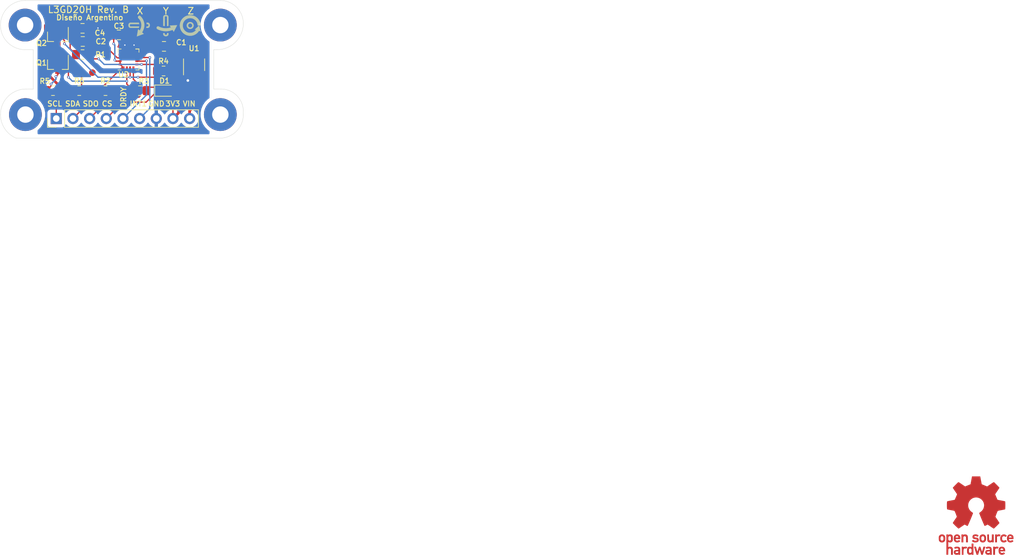
<source format=kicad_pcb>
(kicad_pcb (version 20171130) (host pcbnew 5.1.7-a382d34a8~88~ubuntu18.04.1)
  (title_block (title "Réplica Giroscopio L3GD20H") (date 2021-07-14) (rev B) (comment 1 "Approved by: Diego Brengi") (comment 2 "Reviewed by: Agustín Curcio Berardi") (comment 3 "Created by: Gustavo Zocco") (comment 4 "Trabajo Práctico Final   |  Diseño de Circuitos Impresos"))
  (layers (0 F.Cu signal) (31 B.Cu signal) (34 B.Paste user) (35 F.Paste user) (36 B.SilkS user) (37 F.SilkS user) (38 B.Mask user) (39 F.Mask user) (44 Edge.Cuts user))
  (net 0 "")
  (net 1 GND)
  (net 2 +5V)
  (net 3 "Net-(C2-Pad1)")
  (net 4 +3V3)
  (net 5 /CS3.3V)
  (net 6 /CS_5V)
  (net 7 /INT1)
  (net 8 /DRDY_INT2)
  (net 9 /SDO_SAO)
  (net 10 /SDA_SDI_SDO_5V)
  (net 11 /SCL_SPC_5V)
  (net 12 /SCL_SPC_3.3V)
  (net 13 /SDA_SDI_SDO_3.3V)
  (net 14 "Net-(U1-Pad4)")
  (module Fiducial:Fiducial_1mm_Mask2mm (layer F.Cu) (at 142.95 106)
    (fp_text reference FID2 hide)
    (fp_text value Fiducial)
    (pad "" smd circle (at 0 0) (size 1 1) (layers F.Cu F.Mask) (clearance 0.5))
  )
  (module Fiducial:Fiducial_1mm_Mask2mm (layer F.Cu) (at 158.6 108.6)
    (fp_text reference FID1 hide)
    (fp_text value Fiducial)
    (pad "" smd circle (at 0 0) (size 1 1) (layers F.Cu F.Mask) (clearance 0.5))
  )
  (module Indi_gyro:SYMBOL_GYROXYZ_10MM (layer F.Cu) (at 149.2 100.5)
    (fp_text reference U$3 hide)
    (fp_text value "" hide)
  )
  (module Symbol:OSHW-Logo_11.4x12mm_Copper (layer F.Cu) (at 277.6 173.55)
    (fp_text reference REF** hide)
    (fp_text value OSHW-Logo_11.4x12mm_Copper hide)
    (fp_poly (pts (xy 0.746535 -5.366828) (xy 0.859117 -4.769637) (xy 1.274531 -4.59839) (xy 1.689944 -4.427143) (xy 2.188302 -4.766022) (xy 2.327868 -4.860378) (xy 2.454028 -4.944625) (xy 2.560895 -5.014917) (xy 2.642582 -5.067408) (xy 2.693201 -5.098251) (xy 2.706986 -5.104902) (xy 2.73182 -5.087797) (xy 2.784888 -5.040511) (xy 2.86024 -4.969083) (xy 2.951929 -4.879555) (xy 3.054007 -4.777966) (xy 3.160526 -4.670357) (xy 3.265536 -4.562768) (xy 3.363091 -4.46124) (xy 3.447242 -4.371814) (xy 3.51204 -4.300529) (xy 3.551538 -4.253427) (xy 3.56098 -4.237663) (xy 3.547391 -4.208602) (xy 3.509293 -4.144934) (xy 3.450694 -4.052888) (xy 3.375597 -3.938691) (xy 3.288009 -3.808571) (xy 3.237254 -3.734354) (xy 3.144745 -3.598833) (xy 3.06254 -3.476539) (xy 2.99463 -3.37356) (xy 2.945 -3.295982) (xy 2.91764 -3.249894) (xy 2.913529 -3.240208) (xy 2.922849 -3.212681) (xy 2.948254 -3.148527) (xy 2.985911 -3.056765) (xy 3.031986 -2.946416) (xy 3.082646 -2.8265) (xy 3.134059 -2.706036) (xy 3.182389 -2.594046) (xy 3.223806 -2.499548) (xy 3.254474 -2.431563) (xy 3.270562 -2.399112) (xy 3.271511 -2.397835) (xy 3.296772 -2.391638) (xy 3.364046 -2.377815) (xy 3.46636 -2.357723) (xy 3.596741 -2.332721) (xy 3.748216 -2.304169) (xy 3.836594 -2.287704) (xy 3.998452 -2.256886) (xy 4.144649 -2.227561) (xy 4.267787 -2.201334) (xy 4.360469 -2.179809) (xy 4.415301 -2.16459) (xy 4.426323 -2.159762) (xy 4.437119 -2.127081) (xy 4.445829 -2.05327) (xy 4.45246 -1.946963) (xy 4.457018 -1.816788) (xy 4.459509 -1.671379) (xy 4.459938 -1.519365) (xy 4.458311 -1.369378) (xy 4.454635 -1.230049) (xy 4.448915 -1.11001) (xy 4.441158 -1.01789) (xy 4.431368 -0.962323) (xy 4.425496 -0.950755) (xy 4.390399 -0.93689) (xy 4.316028 -0.917067) (xy 4.212223 -0.893616) (xy 4.088819 -0.868864) (xy 4.045741 -0.860857) (xy 3.838047 -0.822814) (xy 3.673984 -0.792176) (xy 3.54813 -0.767726) (xy 3.455065 -0.748246) (xy 3.389367 -0.732519) (xy 3.345617 -0.719327) (xy 3.318392 -0.707451) (xy 3.302272 -0.695675) (xy 3.300017 -0.693347) (xy 3.277503 -0.655855) (xy 3.243158 -0.58289) (xy 3.200411 -0.483388) (xy 3.152692 -0.366282) (xy 3.10343 -0.240507) (xy 3.056055 -0.114998) (xy 3.013995 0.00131) (xy 2.98068 0.099484) (xy 2.959541 0.170588) (xy 2.954005 0.205687) (xy 2.954466 0.206917) (xy 2.973223 0.235606) (xy 3.015776 0.29873) (xy 3.077653 0.389718) (xy 3.154382 0.502) (xy 3.241491 0.629005) (xy 3.266299 0.665098) (xy 3.354753 0.795948) (xy 3.432588 0.915336) (xy 3.495566 1.016407) (xy 3.539445 1.092304) (xy 3.559985 1.136172) (xy 3.56098 1.141562) (xy 3.543722 1.169889) (xy 3.496036 1.226006) (xy 3.42405 1.303882) (xy 3.333897 1.397485) (xy 3.231705 1.500786) (xy 3.123606 1.607751) (xy 3.015728 1.712351) (xy 2.914204 1.808554) (xy 2.825162 1.890329) (xy 2.754733 1.951645) (xy 2.709047 1.986471) (xy 2.696409 1.992157) (xy 2.666991 1.978765) (xy 2.606761 1.942644) (xy 2.52553 1.889881) (xy 2.46303 1.847412) (xy 2.349785 1.769485) (xy 2.215674 1.677729) (xy 2.081155 1.58612) (xy 2.008833 1.537091) (xy 1.764038 1.371515) (xy 1.558551 1.48262) (xy 1.464936 1.531293) (xy 1.38533 1.569126) (xy 1.331467 1.590703) (xy 1.317757 1.593706) (xy 1.30127 1.571538) (xy 1.268745 1.508894) (xy 1.222609 1.411554) (xy 1.16529 1.285294) (xy 1.099216 1.135895) (xy 1.026815 0.969133) (xy 0.950516 0.790787) (xy 0.872746 0.606636) (xy 0.795934 0.422457) (xy 0.722506 0.24403) (xy 0.654892 0.077132) (xy 0.59552 -0.072458) (xy 0.546816 -0.198962) (xy 0.51121 -0.296601) (xy 0.49113 -0.359598) (xy 0.4879 -0.381234) (xy 0.513496 -0.408831) (xy 0.569539 -0.45363) (xy 0.644311 -0.506321) (xy 0.650587 -0.51049) (xy 0.843845 -0.665186) (xy 0.999674 -0.845664) (xy 1.116724 -1.046153) (xy 1.193645 -1.260881) (xy 1.229086 -1.484078) (xy 1.221697 -1.709974) (xy 1.170127 -1.932796) (xy 1.073026 -2.146776) (xy 1.044458 -2.193591) (xy 0.895868 -2.382637) (xy 0.720327 -2.534443) (xy 0.52391 -2.648221) (xy 0.312693 -2.72318) (xy 0.092753 -2.758533) (xy -0.129837 -2.753488) (xy -0.348999 -2.707256) (xy -0.558658 -2.619049) (xy -0.752739 -2.488076) (xy -0.812774 -2.434918) (xy -0.965565 -2.268516) (xy -1.076903 -2.093343) (xy -1.153277 -1.896989) (xy -1.195813 -1.702538) (xy -1.206314 -1.483913) (xy -1.171299 -1.264203) (xy -1.094327 -1.050835) (xy -0.978953 -0.851233) (xy -0.828734 -0.672826) (xy -0.647227 -0.523038) (xy -0.623373 -0.507249) (xy -0.547799 -0.455543) (xy -0.490349 -0.410743) (xy -0.462883 -0.382138) (xy -0.462483 -0.381234) (xy -0.46838 -0.350291) (xy -0.491755 -0.280064) (xy -0.530179 -0.17633) (xy -0.581223 -0.044865) (xy -0.642458 0.108552) (xy -0.711456 0.278146) (xy -0.785786 0.458138) (xy -0.863022 0.642753) (xy -0.940732 0.826213) (xy -1.016489 1.002741) (xy -1.087863 1.166559) (xy -1.152426 1.311892) (xy -1.207748 1.432962) (xy -1.2514 1.523992) (xy -1.280954 1.579205) (xy -1.292856 1.593706) (xy -1.329223 1.582414) (xy -1.39727 1.55213) (xy -1.485263 1.508265) (xy -1.533649 1.48262) (xy -1.739137 1.371515) (xy -1.983932 1.537091) (xy -2.108894 1.621915) (xy -2.245705 1.715261) (xy -2.373911 1.803153) (xy -2.438129 1.847412) (xy -2.528449 1.908063) (xy -2.604929 1.956126) (xy -2.657593 1.985515) (xy -2.674698 1.991727) (xy -2.699595 1.974968) (xy -2.754695 1.928181) (xy -2.834657 1.856225) (xy -2.934139 1.763957) (xy -3.0478 1.656235) (xy -3.119685 1.587071) (xy -3.245449 1.463502) (xy -3.354137 1.352979) (xy -3.441355 1.26023) (xy -3.502711 1.189982) (xy -3.533809 1.146965) (xy -3.536792 1.138235) (xy -3.522947 1.105029) (xy -3.484688 1.037887) (xy -3.426258 0.943608) (xy -3.351903 0.82899) (xy -3.265865 0.700828) (xy -3.241397 0.665098) (xy -3.152245 0.535234) (xy -3.072262 0.418314) (xy -3.00592 0.320907) (xy -2.957689 0.249584) (xy -2.932043 0.210915) (xy -2.929565 0.206917) (xy -2.933271 0.1761) (xy -2.952939 0.108344) (xy -2.98514 0.012584) (xy -3.026445 -0.102246) (xy -3.073425 -0.227211) (xy -3.122651 -0.353376) (xy -3.170692 -0.471807) (xy -3.214119 -0.57357) (xy -3.249504 -0.649729) (xy -3.273416 -0.691351) (xy -3.275116 -0.693347) (xy -3.289738 -0.705242) (xy -3.314435 -0.717005) (xy -3.354628 -0.729854) (xy -3.415737 -0.745006) (xy -3.503183 -0.763679) (xy -3.622388 -0.78709) (xy -3.778773 -0.816458) (xy -3.977757 -0.853) (xy -4.02084 -0.860857) (xy -4.148529 -0.885528) (xy -4.259847 -0.909662) (xy -4.344955 -0.930931) (xy -4.394017 -0.947007) (xy -4.400595 -0.950755) (xy -4.411436 -0.983982) (xy -4.420247 -1.058234) (xy -4.427024 -1.164879) (xy -4.43176 -1.295288) (xy -4.43445 -1.440828) (xy -4.435087 -1.592869) (xy -4.433666 -1.742779) (xy -4.43018 -1.881927) (xy -4.424624 -2.001683) (xy -4.416992 -2.093414) (xy -4.407278 -2.148489) (xy -4.401422 -2.159762) (xy -4.36882 -2.171132) (xy -4.294582 -2.189631) (xy -4.186104 -2.213653) (xy -4.050783 -2.241593) (xy -3.896015 -2.271847) (xy -3.811692 -2.287704) (xy -3.651704 -2.317611) (xy -3.509033 -2.344705) (xy -3.390652 -2.367624) (xy -3.303535 -2.385012) (xy -3.254655 -2.395508) (xy -3.24661 -2.397835) (xy -3.233013 -2.424069) (xy -3.204271 -2.48726) (xy -3.164215 -2.578378) (xy -3.116676 -2.688398) (xy -3.065485 -2.80829) (xy -3.014474 -2.929028) (xy -2.967474 -3.041584) (xy -2.928316 -3.136929) (xy -2.900831 -3.206038) (xy -2.888851 -3.239881) (xy -2.888628 -3.24136) (xy -2.902209 -3.268058) (xy -2.940285 -3.329495) (xy -2.998853 -3.419566) (xy -3.073912 -3.532165) (xy -3.16146 -3.661185) (xy -3.212353 -3.735294) (xy -3.305091 -3.871178) (xy -3.387459 -3.994546) (xy -3.455439 -4.099158) (xy -3.505012 -4.178772) (xy -3.532158 -4.227148) (xy -3.536079 -4.237993) (xy -3.519225 -4.263235) (xy -3.472632 -4.317131) (xy -3.402251 -4.393642) (xy -3.314035 -4.486732) (xy -3.213935 -4.59036) (xy -3.107902 -4.698491) (xy -3.001889 -4.805085) (xy -2.901848 -4.904105) (xy -2.81373 -4.989513) (xy -2.743487 -5.05527) (xy -2.697072 -5.095339) (xy -2.681544 -5.104902) (xy -2.656261 -5.091455) (xy -2.595789 -5.05368) (xy -2.506008 -4.99542) (xy -2.392797 -4.920521) (xy -2.262036 -4.83283) (xy -2.1634 -4.766022) (xy -1.665043 -4.427143) (xy -1.249629 -4.59839) (xy -0.834216 -4.769637) (xy -0.721634 -5.366828) (xy -0.609051 -5.96402) (xy 0.633952 -5.96402) (xy 0.746535 -5.366828)) (layer F.Cu) (width 0.01))
    (fp_poly (pts (xy 3.563637 2.887472) (xy 3.64929 2.913641) (xy 3.704437 2.946707) (xy 3.722401 2.972855) (xy 3.717457 3.003852) (xy 3.685372 3.052547) (xy 3.658243 3.087035) (xy 3.602317 3.149383) (xy 3.560299 3.175615) (xy 3.52448 3.173903) (xy 3.418224 3.146863) (xy 3.340189 3.148091) (xy 3.27682 3.178735) (xy 3.255546 3.19667) (xy 3.187451 3.259779) (xy 3.187451 4.083922) (xy 2.913529 4.083922) (xy 2.913529 2.888628) (xy 3.05049 2.888628) (xy 3.132719 2.891879) (xy 3.175144 2.903426) (xy 3.187445 2.925952) (xy 3.187451 2.92662) (xy 3.19326 2.950215) (xy 3.219531 2.947138) (xy 3.255931 2.930115) (xy 3.331111 2.898439) (xy 3.392158 2.879381) (xy 3.470708 2.874496) (xy 3.563637 2.887472)) (layer F.Cu) (width 0.01))
    (fp_poly (pts (xy -1.49324 2.909199) (xy -1.431264 2.938802) (xy -1.371241 2.981561) (xy -1.325514 3.030775) (xy -1.292207 3.093544) (xy -1.269445 3.176971) (xy -1.255353 3.288159) (xy -1.248058 3.434209) (xy -1.245682 3.622223) (xy -1.245645 3.641912) (xy -1.245098 4.083922) (xy -1.51902 4.083922) (xy -1.51902 3.676435) (xy -1.519215 3.525471) (xy -1.520564 3.416056) (xy -1.524212 3.339933) (xy -1.531304 3.288848) (xy -1.542987 3.254545) (xy -1.560406 3.228768) (xy -1.584671 3.203298) (xy -1.669565 3.148571) (xy -1.762239 3.138416) (xy -1.850527 3.173017) (xy -1.88123 3.19877) (xy -1.903771 3.222982) (xy -1.919954 3.248912) (xy -1.930832 3.284708) (xy -1.937458 3.338519) (xy -1.940885 3.418493) (xy -1.942166 3.532779) (xy -1.942353 3.671907) (xy -1.942353 4.083922) (xy -2.216275 4.083922) (xy -2.216275 2.888628) (xy -2.079314 2.888628) (xy -1.997084 2.891879) (xy -1.95466 2.903426) (xy -1.942359 2.925952) (xy -1.942353 2.92662) (xy -1.936646 2.948681) (xy -1.911473 2.946177) (xy -1.861422 2.921937) (xy -1.747906 2.886271) (xy -1.618055 2.882305) (xy -1.49324 2.909199)) (layer F.Cu) (width 0.01))
    (fp_poly (pts (xy 5.303287 2.884355) (xy 5.367051 2.899845) (xy 5.4893 2.956569) (xy 5.593834 3.043202) (xy 5.66618 3.147074) (xy 5.676119 3.170396) (xy 5.689754 3.231484) (xy 5.699298 3.321853) (xy 5.702549 3.41319) (xy 5.702549 3.585882) (xy 5.34147 3.585882) (xy 5.192546 3.586445) (xy 5.087632 3.589864) (xy 5.020937 3.598731) (xy 4.986666 3.615641) (xy 4.979028 3.643189) (xy 4.992229 3.683968) (xy 5.015877 3.731683) (xy 5.081843 3.811314) (xy 5.173512 3.850987) (xy 5.285555 3.849695) (xy 5.412472 3.806514) (xy 5.522158 3.753224) (xy 5.613173 3.825191) (xy 5.704188 3.897157) (xy 5.618563 3.976269) (xy 5.50425 4.051017) (xy 5.363666 4.096084) (xy 5.212449 4.108696) (xy 5.066236 4.086079) (xy 5.042647 4.078405) (xy 4.914141 4.011296) (xy 4.818551 3.911247) (xy 4.753861 3.775271) (xy 4.718057 3.60038) (xy 4.71764 3.596632) (xy 4.714434 3.406032) (xy 4.727393 3.338035) (xy 4.980392 3.338035) (xy 5.003627 3.348491) (xy 5.06671 3.3565) (xy 5.159706 3.361073) (xy 5.218638 3.361765) (xy 5.328537 3.361332) (xy 5.397252 3.358578) (xy 5.433405 3.351321) (xy 5.445615 3.337376) (xy 5.442504 3.314562) (xy 5.439894 3.305735) (xy 5.395344 3.2228) (xy 5.325279 3.15596) (xy 5.263446 3.126589) (xy 5.181301 3.128362) (xy 5.098062 3.16499) (xy 5.028238 3.225634) (xy 4.986337 3.299456) (xy 4.980392 3.338035) (xy 4.727393 3.338035) (xy 4.746385 3.238395) (xy 4.809773 3.097711) (xy 4.900878 2.987974) (xy 5.015978 2.913174) (xy 5.151355 2.877304) (xy 5.303287 2.884355)) (layer F.Cu) (width 0.01))
    (fp_poly (pts (xy 4.390976 2.899056) (xy 4.535256 2.960348) (xy 4.580699 2.990185) (xy 4.638779 3.036036) (xy 4.675238 3.072089) (xy 4.681568 3.083832) (xy 4.663693 3.109889) (xy 4.61795 3.154105) (xy 4.581328 3.184965) (xy 4.481088 3.26552) (xy 4.401935 3.198918) (xy 4.340769 3.155921) (xy 4.281129 3.141079) (xy 4.212872 3.144704) (xy 4.104482 3.171652) (xy 4.029872 3.227587) (xy 3.98453 3.318014) (xy 3.963947 3.448435) (xy 3.963942 3.448517) (xy 3.965722 3.59429) (xy 3.993387 3.701245) (xy 4.048571 3.774064) (xy 4.086192 3.798723) (xy 4.186105 3.829431) (xy 4.292822 3.829449) (xy 4.385669 3.799655) (xy 4.407647 3.785098) (xy 4.462765 3.747914) (xy 4.505859 3.74182) (xy 4.552335 3.769496) (xy 4.603716 3.819205) (xy 4.685046 3.903116) (xy 4.594749 3.977546) (xy 4.455236 4.061549) (xy 4.297912 4.102947) (xy 4.133503 4.09995) (xy 4.025531 4.0725) (xy 3.899331 4.00462) (xy 3.798401 3.897831) (xy 3.752548 3.822451) (xy 3.71541 3.714297) (xy 3.696827 3.577318) (xy 3.696684 3.428864) (xy 3.714865 3.286281) (xy 3.751255 3.166918) (xy 3.756987 3.15468) (xy 3.841865 3.034655) (xy 3.956782 2.947267) (xy 4.092659 2.894329) (xy 4.240417 2.877654) (xy 4.390976 2.899056)) (layer F.Cu) (width 0.01))
    (fp_poly (pts (xy 1.967254 3.276245) (xy 1.969608 3.458879) (xy 1.978207 3.5976) (xy 1.99536 3.698147) (xy 2.023374 3.766254) (xy 2.064557 3.807659) (xy 2.121217 3.828097) (xy 2.191372 3.833318) (xy 2.264848 3.827468) (xy 2.320657 3.806093) (xy 2.361109 3.763458) (xy 2.388509 3.693825) (xy 2.405167 3.59146) (xy 2.413389 3.450624) (xy 2.41549 3.276245) (xy 2.41549 2.888628) (xy 2.689411 2.888628) (xy 2.689411 4.083922) (xy 2.552451 4.083922) (xy 2.469884 4.080576) (xy 2.427368 4.068826) (xy 2.41549 4.04652) (xy 2.408336 4.026654) (xy 2.379865 4.030857) (xy 2.322476 4.058971) (xy 2.190945 4.102342) (xy 2.051438 4.09927) (xy 1.917765 4.052174) (xy 1.854108 4.014971) (xy 1.805553 3.974691) (xy 1.770081 3.924291) (xy 1.745674 3.856729) (xy 1.730313 3.764965) (xy 1.721982 3.641955) (xy 1.718662 3.480659) (xy 1.718235 3.355928) (xy 1.718235 2.888628) (xy 1.967254 2.888628) (xy 1.967254 3.276245)) (layer F.Cu) (width 0.01))
    (fp_poly (pts (xy 1.209547 2.903364) (xy 1.335502 2.971959) (xy 1.434047 3.080245) (xy 1.480478 3.168315) (xy 1.500412 3.246101) (xy 1.513328 3.356993) (xy 1.518863 3.484738) (xy 1.516654 3.613084) (xy 1.506337 3.725779) (xy 1.494286 3.785969) (xy 1.453634 3.868311) (xy 1.38323 3.95577) (xy 1.298382 4.032251) (xy 1.214397 4.081655) (xy 1.212349 4.082439) (xy 1.108134 4.104027) (xy 0.984627 4.104562) (xy 0.867261 4.084908) (xy 0.821942 4.069155) (xy 0.70522 4.002966) (xy 0.621624 3.916246) (xy 0.566701 3.801438) (xy 0.535995 3.650982) (xy 0.529047 3.572173) (xy 0.529933 3.473145) (xy 0.796862 3.473145) (xy 0.805854 3.617645) (xy 0.831736 3.72776) (xy 0.872868 3.798116) (xy 0.902172 3.818235) (xy 0.977251 3.832265) (xy 1.066494 3.828111) (xy 1.14365 3.807922) (xy 1.163883 3.796815) (xy 1.217265 3.732123) (xy 1.2525 3.633119) (xy 1.267498 3.512632) (xy 1.260172 3.383494) (xy 1.243799 3.305775) (xy 1.19679 3.215771) (xy 1.122582 3.159509) (xy 1.033209 3.140057) (xy 0.940707 3.160481) (xy 0.869653 3.210437) (xy 0.832312 3.251655) (xy 0.810518 3.292281) (xy 0.80013 3.347264) (xy 0.797006 3.431549) (xy 0.796862 3.473145) (xy 0.529933 3.473145) (xy 0.53093 3.361874) (xy 0.56518 3.189423) (xy 0.631802 3.054814) (xy 0.730799 2.95804) (xy 0.862175 2.899094) (xy 0.890385 2.892259) (xy 1.059926 2.876213) (xy 1.209547 2.903364)) (layer F.Cu) (width 0.01))
    (fp_poly (pts (xy 0.027759 2.884345) (xy 0.122059 2.902229) (xy 0.21989 2.939633) (xy 0.230343 2.944402) (xy 0.304531 2.983412) (xy 0.35591 3.019664) (xy 0.372517 3.042887) (xy 0.356702 3.080761) (xy 0.318288 3.136644) (xy 0.301237 3.157505) (xy 0.230969 3.239618) (xy 0.140379 3.186168) (xy 0.054164 3.150561) (xy -0.045451 3.131529) (xy -0.140981 3.130326) (xy -0.214939 3.14821) (xy -0.232688 3.159373) (xy -0.266488 3.210553) (xy -0.270596 3.269509) (xy -0.245304 3.315567) (xy -0.230344 3.324499) (xy -0.185514 3.335592) (xy -0.106714 3.34863) (xy -0.009574 3.361088) (xy 0.008346 3.363042) (xy 0.164365 3.39003) (xy 0.277523 3.435873) (xy 0.352569 3.504803) (xy 0.394253 3.601054) (xy 0.407238 3.718617) (xy 0.389299 3.852254) (xy 0.33105 3.957195) (xy 0.232255 4.03363) (xy 0.092682 4.081748) (xy -0.062255 4.100732) (xy -0.188602 4.100504) (xy -0.291087 4.083262) (xy -0.361079 4.059457) (xy -0.449517 4.017978) (xy -0.531246 3.969842) (xy -0.560295 3.948655) (xy -0.635 3.887676) (xy -0.544902 3.796508) (xy -0.454804 3.705339) (xy -0.352368 3.773128) (xy -0.249626 3.824042) (xy -0.139913 3.850673) (xy -0.034449 3.853483) (xy 0.055546 3.832935) (xy 0.118854 3.789493) (xy 0.139296 3.752838) (xy 0.136229 3.694053) (xy 0.085434 3.649099) (xy -0.012952 3.618057) (xy -0.120744 3.60371) (xy -0.286635 3.576337) (xy -0.409876 3.524693) (xy -0.492114 3.447266) (xy -0.534999 3.342544) (xy -0.54094 3.218387) (xy -0.511594 3.088702) (xy -0.444691 2.990677) (xy -0.339629 2.923866) (xy -0.19581 2.88782) (xy -0.089262 2.880754) (xy 0.027759 2.884345)) (layer F.Cu) (width 0.01))
    (fp_poly (pts (xy -2.686796 2.916354) (xy -2.661981 2.928037) (xy -2.576094 2.990951) (xy -2.494879 3.082769) (xy -2.434236 3.183868) (xy -2.416988 3.230349) (xy -2.401251 3.313376) (xy -2.391867 3.413713) (xy -2.390728 3.455147) (xy -2.390589 3.585882) (xy -3.143047 3.585882) (xy -3.127007 3.654363) (xy -3.087637 3.735355) (xy -3.018806 3.805351) (xy -2.936919 3.850441) (xy -2.884737 3.859804) (xy -2.813971 3.848441) (xy -2.72954 3.819943) (xy -2.700858 3.806831) (xy -2.594791 3.753858) (xy -2.504272 3.822901) (xy -2.452039 3.869597) (xy -2.424247 3.90814) (xy -2.42284 3.919452) (xy -2.447668 3.946868) (xy -2.502083 3.988532) (xy -2.551472 4.021037) (xy -2.684748 4.079468) (xy -2.834161 4.105915) (xy -2.982249 4.099039) (xy -3.100295 4.063096) (xy -3.221982 3.986101) (xy -3.30846 3.884728) (xy -3.362559 3.75357) (xy -3.387109 3.587224) (xy -3.389286 3.511108) (xy -3.380573 3.336685) (xy -3.379503 3.331611) (xy -3.130173 3.331611) (xy -3.123306 3.347968) (xy -3.095083 3.356988) (xy -3.036873 3.360854) (xy -2.940042 3.361749) (xy -2.902757 3.361765) (xy -2.789317 3.360413) (xy -2.717378 3.355505) (xy -2.678687 3.34576) (xy -2.664995 3.329899) (xy -2.66451 3.324805) (xy -2.680137 3.284326) (xy -2.719247 3.227621) (xy -2.736061 3.207766) (xy -2.798481 3.151611) (xy -2.863547 3.129532) (xy -2.898603 3.127686) (xy -2.993442 3.150766) (xy -3.072973 3.212759) (xy -3.123423 3.302802) (xy -3.124317 3.305735) (xy -3.130173 3.331611) (xy -3.379503 3.331611) (xy -3.351601 3.199343) (xy -3.29941 3.089461) (xy -3.235579 3.011461) (xy -3.117567 2.926882) (xy -2.978842 2.881686) (xy -2.83129 2.8776) (xy -2.686796 2.916354)) (layer F.Cu) (width 0.01))
    (fp_poly (pts (xy -5.026753 2.901568) (xy -4.896478 2.959163) (xy -4.797581 3.055334) (xy -4.729918 3.190229) (xy -4.693345 3.363996) (xy -4.690724 3.391126) (xy -4.68867 3.582408) (xy -4.715301 3.750073) (xy -4.768999 3.885967) (xy -4.797753 3.929681) (xy -4.897909 4.022198) (xy -5.025463 4.082119) (xy -5.168163 4.106985) (xy -5.31376 4.094339) (xy -5.424438 4.055391) (xy -5.519616 3.989755) (xy -5.597406 3.903699) (xy -5.598751 3.901685) (xy -5.630343 3.84857) (xy -5.650873 3.79516) (xy -5.663305 3.727754) (xy -5.670603 3.632653) (xy -5.673818 3.554666) (xy -5.675156 3.483944) (xy -5.426186 3.483944) (xy -5.423753 3.554348) (xy -5.41492 3.648068) (xy -5.399336 3.708214) (xy -5.371234 3.751006) (xy -5.344914 3.776002) (xy -5.251608 3.828338) (xy -5.15398 3.835333) (xy -5.063058 3.797676) (xy -5.017598 3.755479) (xy -4.984838 3.712956) (xy -4.965677 3.672267) (xy -4.957267 3.619314) (xy -4.956763 3.539997) (xy -4.959355 3.46695) (xy -4.964929 3.362601) (xy -4.973766 3.29492) (xy -4.989693 3.250774) (xy -5.016538 3.217031) (xy -5.037811 3.197746) (xy -5.126794 3.147086) (xy -5.222789 3.14456) (xy -5.303281 3.174567) (xy -5.371947 3.237231) (xy -5.412856 3.340168) (xy -5.426186 3.483944) (xy -5.675156 3.483944) (xy -5.676754 3.399582) (xy -5.67174 3.2836) (xy -5.656717 3.196367) (xy -5.629624 3.12753) (xy -5.5884 3.066737) (xy -5.573115 3.048686) (xy -5.477546 2.958746) (xy -5.375039 2.906211) (xy -5.249679 2.884201) (xy -5.18855 2.882402) (xy -5.026753 2.901568)) (layer F.Cu) (width 0.01))
    (fp_poly (pts (xy 4.025307 4.762784) (xy 4.144337 4.793731) (xy 4.244021 4.8576) (xy 4.292288 4.905313) (xy 4.371408 5.018106) (xy 4.416752 5.14895) (xy 4.43233 5.309792) (xy 4.43241 5.322794) (xy 4.432549 5.45353) (xy 3.680091 5.45353) (xy 3.69613 5.52201) (xy 3.725091 5.584031) (xy 3.775778 5.648654) (xy 3.786379 5.658971) (xy 3.877494 5.714805) (xy 3.9814 5.724275) (xy 4.101 5.68754) (xy 4.121274 5.677647) (xy 4.183456 5.647574) (xy 4.225106 5.63044) (xy 4.232373 5.628855) (xy 4.25774 5.644242) (xy 4.30612 5.681887) (xy 4.330679 5.702459) (xy 4.38157 5.749714) (xy 4.398281 5.780917) (xy 4.386683 5.80962) (xy 4.380483 5.817468) (xy 4.338493 5.851819) (xy 4.269206 5.893565) (xy 4.220882 5.917935) (xy 4.083711 5.960873) (xy 3.931847 5.974786) (xy 3.788024 5.9583) (xy 3.747745 5.946496) (xy 3.623078 5.879689) (xy 3.530671 5.776892) (xy 3.46999 5.637105) (xy 3.440498 5.45933) (xy 3.43726 5.366373) (xy 3.446714 5.231033) (xy 3.68549 5.231033) (xy 3.708584 5.241038) (xy 3.770662 5.248888) (xy 3.860914 5.253521) (xy 3.922058 5.254314) (xy 4.03204 5.253549) (xy 4.101457 5.24997) (xy 4.139538 5.241649) (xy 4.155515 5.226657) (xy 4.158627 5.204903) (xy 4.137278 5.137892) (xy 4.083529 5.071664) (xy 4.012822 5.020832) (xy 3.942089 5.000038) (xy 3.846016 5.018484) (xy 3.762849 5.071811) (xy 3.705186 5.148677) (xy 3.68549 5.231033) (xy 3.446714 5.231033) (xy 3.451028 5.169291) (xy 3.49352 5.012271) (xy 3.565635 4.894069) (xy 3.668273 4.81344) (xy 3.802332 4.769139) (xy 3.874957 4.760607) (xy 4.025307 4.762784)) (layer F.Cu) (width 0.01))
    (fp_poly (pts (xy 3.238446 4.755883) (xy 3.334177 4.774755) (xy 3.388677 4.802699) (xy 3.446008 4.849123) (xy 3.364441 4.952111) (xy 3.31415 5.014479) (xy 3.280001 5.044907) (xy 3.246063 5.049555) (xy 3.196406 5.034586) (xy 3.173096 5.026117) (xy 3.078063 5.013622) (xy 2.991032 5.040406) (xy 2.927138 5.100915) (xy 2.916759 5.120208) (xy 2.905456 5.171314) (xy 2.896732 5.2655) (xy 2.890997 5.396089) (xy 2.88866 5.556405) (xy 2.888627 5.579211) (xy 2.888627 5.976471) (xy 2.614705 5.976471) (xy 2.614705 4.756275) (xy 2.751666 4.756275) (xy 2.830638 4.758337) (xy 2.871779 4.767513) (xy 2.886992 4.78829) (xy 2.888627 4.807886) (xy 2.888627 4.859497) (xy 2.95424 4.807886) (xy 3.029475 4.772675) (xy 3.130544 4.755265) (xy 3.238446 4.755883)) (layer F.Cu) (width 0.01))
    (fp_poly (pts (xy 2.056459 4.763669) (xy 2.16142 4.789163) (xy 2.191761 4.802669) (xy 2.250573 4.838046) (xy 2.295709 4.87789) (xy 2.329106 4.92912) (xy 2.352701 4.998654) (xy 2.368433 5.093409) (xy 2.378239 5.220305) (xy 2.384057 5.386258) (xy 2.386266 5.497108) (xy 2.394396 5.976471) (xy 2.255531 5.976471) (xy 2.171287 5.972938) (xy 2.127884 5.960866) (xy 2.116666 5.940594) (xy 2.110744 5.918674) (xy 2.084266 5.922865) (xy 2.048186 5.940441) (xy 1.957862 5.967382) (xy 1.841777 5.974642) (xy 1.71968 5.962767) (xy 1.611321 5.932305) (xy 1.601602 5.928077) (xy 1.502568 5.858505) (xy 1.437281 5.761789) (xy 1.40724 5.648738) (xy 1.409535 5.608122) (xy 1.654633 5.608122) (xy 1.676229 5.662782) (xy 1.740259 5.701952) (xy 1.843565 5.722974) (xy 1.898774 5.725766) (xy 1.990782 5.71862) (xy 2.051941 5.690848) (xy 2.066862 5.677647) (xy 2.107287 5.605829) (xy 2.116666 5.540686) (xy 2.116666 5.45353) (xy 1.995269 5.45353) (xy 1.854153 5.460722) (xy 1.755173 5.483345) (xy 1.692633 5.522964) (xy 1.678631 5.540628) (xy 1.654633 5.608122) (xy 1.409535 5.608122) (xy 1.413941 5.530157) (xy 1.45888 5.416855) (xy 1.520196 5.340285) (xy 1.557332 5.307181) (xy 1.593687 5.285425) (xy 1.64099 5.272161) (xy 1.710973 5.264528) (xy 1.815364 5.25967) (xy 1.85677 5.258273) (xy 2.116666 5.24978) (xy 2.116285 5.171116) (xy 2.106219 5.088428) (xy 2.069829 5.038431) (xy 1.996311 5.006489) (xy 1.994339 5.00592) (xy 1.890105 4.993361) (xy 1.788108 5.009766) (xy 1.712305 5.049657) (xy 1.68189 5.069354) (xy 1.649132 5.066629) (xy 1.598721 5.038091) (xy 1.569119 5.01795) (xy 1.511218 4.974919) (xy 1.475352 4.942662) (xy 1.469597 4.933427) (xy 1.493295 4.885636) (xy 1.563313 4.828562) (xy 1.593725 4.809305) (xy 1.681155 4.77614) (xy 1.798983 4.75735) (xy 1.929866 4.753129) (xy 2.056459 4.763669)) (layer F.Cu) (width 0.01))
    (fp_poly (pts (xy 0.557528 4.761332) (xy 0.656014 4.768726) (xy 0.784776 5.154706) (xy 0.913537 5.540686) (xy 0.953911 5.403726) (xy 0.978207 5.319083) (xy 1.010167 5.204697) (xy 1.044679 5.078963) (xy 1.062928 5.01152) (xy 1.131571 4.756275) (xy 1.414773 4.756275) (xy 1.330122 5.023971) (xy 1.288435 5.155638) (xy 1.238074 5.314458) (xy 1.185481 5.480128) (xy 1.13853 5.627843) (xy 1.031589 5.96402) (xy 0.800661 5.979044) (xy 0.73805 5.772316) (xy 0.699438 5.643896) (xy 0.6573 5.502322) (xy 0.620472 5.377285) (xy 0.619018 5.372309) (xy 0.591511 5.287586) (xy 0.567242 5.229778) (xy 0.550243 5.207918) (xy 0.54675 5.210446) (xy 0.53449 5.244336) (xy 0.511195 5.31693) (xy 0.4797 5.419101) (xy 0.442842 5.54172) (xy 0.422899 5.609167) (xy 0.314895 5.976471) (xy 0.085679 5.976471) (xy -0.097561 5.3975) (xy -0.149037 5.235091) (xy -0.19593 5.087602) (xy -0.236023 4.96196) (xy -0.267103 4.865095) (xy -0.286955 4.803934) (xy -0.292989 4.786065) (xy -0.288212 4.767768) (xy -0.250703 4.759755) (xy -0.172645 4.760557) (xy -0.160426 4.761163) (xy -0.015674 4.768726) (xy 0.07913 5.117353) (xy 0.113977 5.244497) (xy 0.145117 5.356265) (xy 0.169809 5.442953) (xy 0.185312 5.494856) (xy 0.188176 5.503318) (xy 0.200046 5.493587) (xy 0.223983 5.443172) (xy 0.257239 5.358935) (xy 0.297064 5.247741) (xy 0.33073 5.147297) (xy 0.459041 4.753939) (xy 0.557528 4.761332)) (layer F.Cu) (width 0.01))
    (fp_poly (pts (xy -0.398432 5.976471) (xy -0.535393 5.976471) (xy -0.614889 5.97414) (xy -0.656292 5.964488) (xy -0.671199 5.943525) (xy -0.672353 5.929351) (xy -0.674867 5.900927) (xy -0.69072 5.895475) (xy -0.732379 5.912998) (xy -0.764776 5.929351) (xy -0.889151 5.968103) (xy -1.024354 5.970346) (xy -1.134274 5.941444) (xy -1.236634 5.871619) (xy -1.31466 5.768555) (xy -1.357386 5.646989) (xy -1.358474 5.640192) (xy -1.364822 5.566032) (xy -1.367979 5.45957) (xy -1.367725 5.379052) (xy -1.095711 5.379052) (xy -1.08941 5.48607) (xy -1.075075 5.574278) (xy -1.055669 5.62409) (xy -0.982254 5.692162) (xy -0.895086 5.716564) (xy -0.805196 5.696831) (xy -0.728383 5.637968) (xy -0.699292 5.598379) (xy -0.682283 5.551138) (xy -0.674316 5.482181) (xy -0.672353 5.378607) (xy -0.675866 5.276039) (xy -0.685143 5.185921) (xy -0.698294 5.125613) (xy -0.700486 5.120208) (xy -0.753522 5.05594) (xy -0.830933 5.020656) (xy -0.917546 5.014959) (xy -0.998193 5.039453) (xy -1.057703 5.094742) (xy -1.063876 5.105743) (xy -1.083199 5.172827) (xy -1.093726 5.269284) (xy -1.095711 5.379052) (xy -1.367725 5.379052) (xy -1.367596 5.338225) (xy -1.365806 5.272918) (xy -1.353627 5.111355) (xy -1.328315 4.990053) (xy -1.286207 4.900379) (xy -1.223641 4.833699) (xy -1.1629 4.794557) (xy -1.078036 4.76704) (xy -0.972485 4.757603) (xy -0.864402 4.76529) (xy -0.771942 4.789146) (xy -0.72309 4.817685) (xy -0.672353 4.863601) (xy -0.672353 4.283137) (xy -0.398432 4.283137) (xy -0.398432 5.976471)) (layer F.Cu) (width 0.01))
    (fp_poly (pts (xy -1.967236 4.758921) (xy -1.92997 4.770091) (xy -1.917957 4.794633) (xy -1.917451 4.805712) (xy -1.915296 4.836572) (xy -1.900449 4.841417) (xy -1.860343 4.82026) (xy -1.83652 4.805806) (xy -1.761362 4.77485) (xy -1.671594 4.759544) (xy -1.577471 4.758367) (xy -1.489246 4.769799) (xy -1.417174 4.79232) (xy -1.371508 4.824409) (xy -1.362502 4.864545) (xy -1.367047 4.875415) (xy -1.400179 4.920534) (xy -1.451555 4.976026) (xy -1.460848 4.984996) (xy -1.509818 5.026245) (xy -1.552069 5.039572) (xy -1.611159 5.030271) (xy -1.634831 5.02409) (xy -1.708496 5.009246) (xy -1.76029 5.015921) (xy -1.804031 5.039465) (xy -1.844098 5.071061) (xy -1.873608 5.110798) (xy -1.894116 5.166252) (xy -1.907176 5.245003) (xy -1.914344 5.354629) (xy -1.917176 5.502706) (xy -1.917451 5.592111) (xy -1.917451 5.976471) (xy -2.166471 5.976471) (xy -2.166471 4.756275) (xy -2.041961 4.756275) (xy -1.967236 4.758921)) (layer F.Cu) (width 0.01))
    (fp_poly (pts (xy -2.74128 4.765922) (xy -2.62413 4.79718) (xy -2.534949 4.853837) (xy -2.472016 4.928045) (xy -2.452452 4.959716) (xy -2.438008 4.992891) (xy -2.427911 5.035329) (xy -2.421385 5.094788) (xy -2.417658 5.179029) (xy -2.415954 5.29581) (xy -2.4155 5.45289) (xy -2.415491 5.494565) (xy -2.415491 5.976471) (xy -2.53502 5.976471) (xy -2.611261 5.971131) (xy -2.667634 5.957604) (xy -2.681758 5.949262) (xy -2.72037 5.934864) (xy -2.759808 5.949262) (xy -2.824738 5.967237) (xy -2.919055 5.974472) (xy -3.023593 5.971333) (xy -3.119189 5.958186) (xy -3.175 5.941318) (xy -3.283002 5.871986) (xy -3.350497 5.775772) (xy -3.380841 5.647844) (xy -3.381123 5.644559) (xy -3.37846 5.587808) (xy -3.137647 5.587808) (xy -3.116595 5.652358) (xy -3.082303 5.688686) (xy -3.013468 5.716162) (xy -2.92261 5.727129) (xy -2.829958 5.721731) (xy -2.755744 5.70011) (xy -2.734951 5.686239) (xy -2.698619 5.622143) (xy -2.689412 5.549278) (xy -2.689412 5.45353) (xy -2.827173 5.45353) (xy -2.958047 5.463605) (xy -3.057259 5.492148) (xy -3.118977 5.536639) (xy -3.137647 5.587808) (xy -3.37846 5.587808) (xy -3.374564 5.50479) (xy -3.328466 5.394282) (xy -3.2418 5.310712) (xy -3.229821 5.30311) (xy -3.178345 5.278357) (xy -3.114632 5.263368) (xy -3.025565 5.256082) (xy -2.919755 5.254407) (xy -2.689412 5.254314) (xy -2.689412 5.157755) (xy -2.699183 5.082836) (xy -2.724116 5.032644) (xy -2.727035 5.029972) (xy -2.782519 5.008015) (xy -2.866273 4.999505) (xy -2.958833 5.003687) (xy -3.04073 5.019809) (xy -3.089327 5.04399) (xy -3.115659 5.063359) (xy -3.143465 5.067057) (xy -3.181839 5.051188) (xy -3.239875 5.011855) (xy -3.326669 4.945164) (xy -3.334635 4.938916) (xy -3.330553 4.9158) (xy -3.296499 4.877352) (xy -3.24474 4.834627) (xy -3.187545 4.798679) (xy -3.169575 4.790191) (xy -3.104028 4.773252) (xy -3.00798 4.76117) (xy -2.900671 4.756323) (xy -2.895653 4.756313) (xy -2.74128 4.765922)) (layer F.Cu) (width 0.01))
    (fp_poly (pts (xy -3.780091 2.90956) (xy -3.727588 2.935499) (xy -3.662842 2.9807) (xy -3.615653 3.029991) (xy -3.583335 3.091885) (xy -3.563203 3.174896) (xy -3.55257 3.287538) (xy -3.548753 3.438324) (xy -3.54853 3.503149) (xy -3.549182 3.645221) (xy -3.551888 3.746757) (xy -3.557776 3.817015) (xy -3.567973 3.865256) (xy -3.583606 3.900738) (xy -3.599872 3.924943) (xy -3.703705 4.027929) (xy -3.825979 4.089874) (xy -3.957886 4.108506) (xy -4.090616 4.081549) (xy -4.132667 4.062486) (xy -4.233334 4.010015) (xy -4.233334 4.832259) (xy -4.159865 4.794267) (xy -4.063059 4.764872) (xy -3.944072 4.757342) (xy -3.825255 4.771245) (xy -3.735527 4.802476) (xy -3.661101 4.861954) (xy -3.59751 4.947066) (xy -3.592729 4.955805) (xy -3.572563 4.996966) (xy -3.557835 5.038454) (xy -3.547697 5.088713) (xy -3.541301 5.156184) (xy -3.537799 5.249309) (xy -3.536342 5.376531) (xy -3.536079 5.519701) (xy -3.536079 5.976471) (xy -3.81 5.976471) (xy -3.81 5.134231) (xy -3.886617 5.069763) (xy -3.966207 5.018194) (xy -4.041578 5.008818) (xy -4.117367 5.032947) (xy -4.157759 5.056574) (xy -4.187821 5.090227) (xy -4.209203 5.141087) (xy -4.22355 5.216334) (xy -4.23251 5.323146) (xy -4.23773 5.468704) (xy -4.239569 5.565588) (xy -4.245785 5.96402) (xy -4.37652 5.971547) (xy -4.507255 5.979073) (xy -4.507255 3.506582) (xy -4.233334 3.506582) (xy -4.22635 3.644423) (xy -4.202818 3.740107) (xy -4.158865 3.799641) (xy -4.090618 3.829029) (xy -4.021667 3.834902) (xy -3.943614 3.828154) (xy -3.891811 3.801594) (xy -3.859417 3.766499) (xy -3.833916 3.728752) (xy -3.818735 3.6867) (xy -3.811981 3.627779) (xy -3.811759 3.539428) (xy -3.814032 3.465448) (xy -3.819251 3.354) (xy -3.827021 3.280833) (xy -3.840105 3.234422) (xy -3.861268 3.203244) (xy -3.88124 3.185223) (xy -3.964686 3.145925) (xy -4.063449 3.139579) (xy -4.120159 3.153116) (xy -4.176308 3.201233) (xy -4.213501 3.294833) (xy -4.231528 3.433254) (xy -4.233334 3.506582) (xy -4.507255 3.506582) (xy -4.507255 2.888628) (xy -4.370295 2.888628) (xy -4.288065 2.891879) (xy -4.24564 2.903426) (xy -4.233339 2.925952) (xy -4.233334 2.92662) (xy -4.227626 2.948681) (xy -4.202453 2.946176) (xy -4.152402 2.921935) (xy -4.035781 2.884851) (xy -3.904571 2.880953) (xy -3.780091 2.90956)) (layer F.Cu) (width 0.01))
  )
  (module Connector_PinHeader_2.54mm:PinHeader_1x09_P2.54mm_Vertical (layer F.Cu) (at 137.45 113 90)
    (fp_text reference J1 hide)
    (fp_text value Conn_01x09)
    (pad 9 thru_hole oval (at 0 20.32 90) (size 1.7 1.7) (drill 1) (layers *.Cu *.Mask) (net 2 +5V))
    (pad 8 thru_hole oval (at 0 17.78 90) (size 1.7 1.7) (drill 1) (layers *.Cu *.Mask) (net 4 +3V3))
    (pad 7 thru_hole oval (at 0 15.24 90) (size 1.7 1.7) (drill 1) (layers *.Cu *.Mask) (net 1 GND))
    (pad 6 thru_hole oval (at 0 12.7 90) (size 1.7 1.7) (drill 1) (layers *.Cu *.Mask) (net 7 /INT1))
    (pad 5 thru_hole oval (at 0 10.16 90) (size 1.7 1.7) (drill 1) (layers *.Cu *.Mask) (net 8 /DRDY_INT2))
    (pad 4 thru_hole oval (at 0 7.62 90) (size 1.7 1.7) (drill 1) (layers *.Cu *.Mask) (net 6 /CS_5V))
    (pad 3 thru_hole oval (at 0 5.08 90) (size 1.7 1.7) (drill 1) (layers *.Cu *.Mask) (net 9 /SDO_SAO))
    (pad 2 thru_hole oval (at 0 2.54 90) (size 1.7 1.7) (drill 1) (layers *.Cu *.Mask) (net 10 /SDA_SDI_SDO_5V))
    (pad 1 thru_hole rect (at 0 0 90) (size 1.7 1.7) (drill 1) (layers *.Cu *.Mask) (net 11 /SCL_SPC_5V))
  )
  (module Package_LGA:LGA-16_3x3mm_P0.5mm (layer F.Cu) (at 148.45 104 90)
    (fp_text reference U2 (at -2.3 -0.75 180) (layer F.SilkS) (effects (font (size 0.8 0.8))))
    (fp_text value L3GD20H)
    (pad 10 smd rect (at 1.275 0.25 180) (size 0.3 0.45) (layers F.Cu F.Paste F.Mask) (net 1 GND))
    (pad 11 smd rect (at 1.275 -0.25 180) (size 0.3 0.45) (layers F.Cu F.Paste F.Mask) (net 1 GND))
    (pad 12 smd rect (at 1.275 -0.75 180) (size 0.3 0.45) (layers F.Cu F.Paste F.Mask) (net 1 GND))
    (pad 9 smd rect (at 1.275 0.75 180) (size 0.3 0.45) (layers F.Cu F.Paste F.Mask) (net 1 GND))
    (pad 5 smd rect (at -0.75 1.275 90) (size 0.3 0.45) (layers F.Cu F.Paste F.Mask) (net 5 /CS3.3V))
    (pad 7 smd rect (at 0.25 1.275 90) (size 0.3 0.45) (layers F.Cu F.Paste F.Mask) (net 7 /INT1))
    (pad 6 smd rect (at -0.25 1.275 90) (size 0.3 0.45) (layers F.Cu F.Paste F.Mask) (net 8 /DRDY_INT2))
    (pad 8 smd rect (at 0.75 1.275 90) (size 0.3 0.45) (layers F.Cu F.Paste F.Mask) (net 1 GND))
    (pad 4 smd rect (at -1.275 0.75 180) (size 0.3 0.45) (layers F.Cu F.Paste F.Mask) (net 9 /SDO_SAO))
    (pad 3 smd rect (at -1.275 0.25 180) (size 0.3 0.45) (layers F.Cu F.Paste F.Mask) (net 13 /SDA_SDI_SDO_3.3V))
    (pad 2 smd rect (at -1.275 -0.25 180) (size 0.3 0.45) (layers F.Cu F.Paste F.Mask) (net 12 /SCL_SPC_3.3V))
    (pad 1 smd rect (at -1.275 -0.75 180) (size 0.3 0.45) (layers F.Cu F.Paste F.Mask) (net 4 +3V3))
    (pad 14 smd rect (at 0.25 -1.275 90) (size 0.3 0.45) (layers F.Cu F.Paste F.Mask) (net 3 "Net-(C2-Pad1)"))
    (pad 15 smd rect (at -0.25 -1.275 90) (size 0.3 0.45) (layers F.Cu F.Paste F.Mask) (net 4 +3V3))
    (pad 16 smd rect (at -0.75 -1.275 90) (size 0.3 0.45) (layers F.Cu F.Paste F.Mask) (net 4 +3V3))
    (pad 13 smd rect (at 0.75 -1.275 90) (size 0.3 0.45) (layers F.Cu F.Paste F.Mask) (net 1 GND))
  )
  (module Package_TO_SOT_SMD:SOT-23-5 (layer F.Cu) (at 158.45 104.8 90)
    (fp_text reference U1 (at 2.5 0 180) (layer F.SilkS) (effects (font (size 0.8 0.8))))
    (fp_text value MIC5225-3.3YM5)
    (pad 5 smd rect (at 1.1 -0.95 90) (size 1.06 0.65) (layers F.Cu F.Paste F.Mask) (net 4 +3V3))
    (pad 4 smd rect (at 1.1 0.95 90) (size 1.06 0.65) (layers F.Cu F.Paste F.Mask) (net 14 "Net-(U1-Pad4)"))
    (pad 3 smd rect (at -1.1 0.95 90) (size 1.06 0.65) (layers F.Cu F.Paste F.Mask) (net 2 +5V))
    (pad 2 smd rect (at -1.1 0 90) (size 1.06 0.65) (layers F.Cu F.Paste F.Mask) (net 1 GND))
    (pad 1 smd rect (at -1.1 -0.95 90) (size 1.06 0.65) (layers F.Cu F.Paste F.Mask) (net 2 +5V))
  )
  (module Resistor_SMD:R_0805_2012Metric_Pad1.20x1.40mm_HandSolder (layer F.Cu) (at 140.95 108.75)
    (fp_text reference R6 (at 0 -1.5) (layer F.SilkS) (effects (font (size 0.8 0.8))))
    (fp_text value 10K)
    (pad 2 smd roundrect (at 1 0) (size 1.2 1.4) (layers F.Cu F.Paste F.Mask) (roundrect_rratio 0.208333) (net 10 /SDA_SDI_SDO_5V))
    (pad 1 smd roundrect (at -1 0) (size 1.2 1.4) (layers F.Cu F.Paste F.Mask) (roundrect_rratio 0.208333) (net 2 +5V))
  )
  (module Resistor_SMD:R_0805_2012Metric_Pad1.20x1.40mm_HandSolder (layer F.Cu) (at 136.95 108.75 180)
    (fp_text reference R5 (at 1.25 1.45) (layer F.SilkS) (effects (font (size 0.8 0.8))))
    (fp_text value 10K)
    (pad 2 smd roundrect (at 1 0 180) (size 1.2 1.4) (layers F.Cu F.Paste F.Mask) (roundrect_rratio 0.208333) (net 11 /SCL_SPC_5V))
    (pad 1 smd roundrect (at -1 0 180) (size 1.2 1.4) (layers F.Cu F.Paste F.Mask) (roundrect_rratio 0.208333) (net 2 +5V))
  )
  (module Resistor_SMD:R_0805_2012Metric_Pad1.20x1.40mm_HandSolder (layer F.Cu) (at 153.8 105.75 180)
    (fp_text reference R4 (at 0 1.5) (layer F.SilkS) (effects (font (size 0.8 0.8))))
    (fp_text value 10K)
    (pad 2 smd roundrect (at 1 0 180) (size 1.2 1.4) (layers F.Cu F.Paste F.Mask) (roundrect_rratio 0.208333) (net 13 /SDA_SDI_SDO_3.3V))
    (pad 1 smd roundrect (at -1 0 180) (size 1.2 1.4) (layers F.Cu F.Paste F.Mask) (roundrect_rratio 0.208333) (net 4 +3V3))
  )
  (module Resistor_SMD:R_0805_2012Metric_Pad1.20x1.40mm_HandSolder (layer F.Cu) (at 150.2 108.75 180)
    (fp_text reference R3 (at -0.6 1.45) (layer F.SilkS) (effects (font (size 0.8 0.8))))
    (fp_text value 10K)
    (pad 2 smd roundrect (at 1 0 180) (size 1.2 1.4) (layers F.Cu F.Paste F.Mask) (roundrect_rratio 0.208333) (net 12 /SCL_SPC_3.3V))
    (pad 1 smd roundrect (at -1 0 180) (size 1.2 1.4) (layers F.Cu F.Paste F.Mask) (roundrect_rratio 0.208333) (net 4 +3V3))
  )
  (module Resistor_SMD:R_0805_2012Metric_Pad1.20x1.40mm_HandSolder (layer F.Cu) (at 144.95 108.75)
    (fp_text reference R2 (at 0 -1.5) (layer F.SilkS) (effects (font (size 0.8 0.8))))
    (fp_text value 10K)
    (pad 2 smd roundrect (at 1 0) (size 1.2 1.4) (layers F.Cu F.Paste F.Mask) (roundrect_rratio 0.208333) (net 9 /SDO_SAO))
    (pad 1 smd roundrect (at -1 0) (size 1.2 1.4) (layers F.Cu F.Paste F.Mask) (roundrect_rratio 0.208333) (net 4 +3V3))
  )
  (module Resistor_SMD:R_0805_2012Metric_Pad1.20x1.40mm_HandSolder (layer F.Cu) (at 141.45 103.25 180)
    (fp_text reference R1 (at -2.75 0) (layer F.SilkS) (effects (font (size 0.8 0.8))))
    (fp_text value 10K)
    (pad 2 smd roundrect (at 1 0 180) (size 1.2 1.4) (layers F.Cu F.Paste F.Mask) (roundrect_rratio 0.208333) (net 4 +3V3))
    (pad 1 smd roundrect (at -1 0 180) (size 1.2 1.4) (layers F.Cu F.Paste F.Mask) (roundrect_rratio 0.208333) (net 5 /CS3.3V))
  )
  (module Package_TO_SOT_SMD:SOT-23 (layer F.Cu) (at 137.7 100.5 270)
    (fp_text reference Q2 (at 1 2.5 180) (layer F.SilkS) (effects (font (size 0.8 0.8))))
    (fp_text value BSS138)
    (pad 3 smd rect (at 1 0 270) (size 0.9 0.8) (layers F.Cu F.Paste F.Mask) (net 10 /SDA_SDI_SDO_5V))
    (pad 2 smd rect (at -1 0.95 270) (size 0.9 0.8) (layers F.Cu F.Paste F.Mask) (net 13 /SDA_SDI_SDO_3.3V))
    (pad 1 smd rect (at -1 -0.95 270) (size 0.9 0.8) (layers F.Cu F.Paste F.Mask) (net 4 +3V3))
  )
  (module Package_TO_SOT_SMD:SOT-23 (layer F.Cu) (at 137.7 104.75 270)
    (fp_text reference Q1 (at -0.25 2.5 180) (layer F.SilkS) (effects (font (size 0.8 0.8))))
    (fp_text value BSS138)
    (pad 3 smd rect (at 1 0 270) (size 0.9 0.8) (layers F.Cu F.Paste F.Mask) (net 11 /SCL_SPC_5V))
    (pad 2 smd rect (at -1 0.95 270) (size 0.9 0.8) (layers F.Cu F.Paste F.Mask) (net 12 /SCL_SPC_3.3V))
    (pad 1 smd rect (at -1 -0.95 270) (size 0.9 0.8) (layers F.Cu F.Paste F.Mask) (net 4 +3V3))
  )
  (module MountingHole:MountingHole_2.5mm_Pad_TopBottom (layer F.Cu) (at 132.7 98.75)
    (fp_text reference H4 hide)
    (fp_text value MountingHole)
    (pad 1 connect circle (at 0 0) (size 5 5) (layers B.Cu B.Mask))
    (pad 1 connect circle (at 0 0) (size 5 5) (layers F.Cu F.Mask))
    (pad 1 thru_hole circle (at 0 0) (size 2.9 2.9) (drill 2.5) (layers *.Cu *.Mask))
  )
  (module MountingHole:MountingHole_2.5mm_Pad_TopBottom (layer F.Cu) (at 132.75 112.4)
    (fp_text reference H3 hide)
    (fp_text value MountingHole)
    (pad 1 connect circle (at 0 0) (size 5 5) (layers B.Cu B.Mask))
    (pad 1 connect circle (at 0 0) (size 5 5) (layers F.Cu F.Mask))
    (pad 1 thru_hole circle (at 0 0) (size 2.9 2.9) (drill 2.5) (layers *.Cu *.Mask))
  )
  (module MountingHole:MountingHole_2.5mm_Pad_TopBottom (layer F.Cu) (at 162.45 112.4)
    (fp_text reference H2 hide)
    (fp_text value MountingHole)
    (pad 1 thru_hole circle (at 0 0) (size 2.9 2.9) (drill 2.5) (layers *.Cu *.Mask))
    (pad 1 connect circle (at 0 0) (size 5 5) (layers F.Cu F.Mask))
    (pad 1 connect circle (at 0 0) (size 5 5) (layers B.Cu B.Mask))
  )
  (module MountingHole:MountingHole_2.5mm_Pad_TopBottom (layer F.Cu) (at 162.45 98.75)
    (fp_text reference H1 hide)
    (fp_text value MountingHole)
    (pad 1 connect circle (at 0 0) (size 5 5) (layers B.Cu B.Mask))
    (pad 1 connect circle (at 0 0) (size 5 5) (layers F.Cu F.Mask))
    (pad 1 thru_hole circle (at 0 0) (size 2.9 2.9) (drill 2.5) (layers *.Cu *.Mask))
  )
  (module Diode_SMD:D_SOD-323 (layer F.Cu) (at 153.95 108.75)
    (fp_text reference D1 (at 0 -1.5) (layer F.SilkS) (effects (font (size 0.8 0.8))))
    (fp_text value 1N4148WS)
    (pad 2 smd rect (at 1.05 0) (size 0.6 0.45) (layers F.Cu F.Paste F.Mask) (net 5 /CS3.3V))
    (pad 1 smd rect (at -1.05 0) (size 0.6 0.45) (layers F.Cu F.Paste F.Mask) (net 6 /CS_5V))
  )
  (module Capacitor_SMD:C_0805_2012Metric_Pad1.18x1.45mm_HandSolder (layer F.Cu) (at 141.45 99.25 180)
    (fp_text reference C4 (at -2.65 -0.7) (layer F.SilkS) (effects (font (size 0.8 0.8))))
    (fp_text value 10uF)
    (pad 2 smd roundrect (at 1.0375 0 180) (size 1.175 1.45) (layers F.Cu F.Paste F.Mask) (roundrect_rratio 0.212766) (net 4 +3V3))
    (pad 1 smd roundrect (at -1.0375 0 180) (size 1.175 1.45) (layers F.Cu F.Paste F.Mask) (roundrect_rratio 0.212766) (net 1 GND))
  )
  (module Capacitor_SMD:C_0805_2012Metric_Pad1.18x1.45mm_HandSolder (layer F.Cu) (at 146.9875 100.25)
    (fp_text reference C3 (at 0.0125 -1.35) (layer F.SilkS) (effects (font (size 0.8 0.8))))
    (fp_text value 0.1uF)
    (pad 1 smd roundrect (at -1.0375 0) (size 1.175 1.45) (layers F.Cu F.Paste F.Mask) (roundrect_rratio 0.212766) (net 4 +3V3))
    (pad 2 smd roundrect (at 1.0375 0) (size 1.175 1.45) (layers F.Cu F.Paste F.Mask) (roundrect_rratio 0.212766) (net 1 GND))
  )
  (module Capacitor_SMD:C_0805_2012Metric_Pad1.18x1.45mm_HandSolder (layer F.Cu) (at 141.4875 101.25 180)
    (fp_text reference C2 (at -2.75 0) (layer F.SilkS) (effects (font (size 0.8 0.8))))
    (fp_text value 0.1uF)
    (pad 2 smd roundrect (at 1.0375 0 180) (size 1.175 1.45) (layers F.Cu F.Paste F.Mask) (roundrect_rratio 0.212766) (net 1 GND))
    (pad 1 smd roundrect (at -1.0375 0 180) (size 1.175 1.45) (layers F.Cu F.Paste F.Mask) (roundrect_rratio 0.212766) (net 3 "Net-(C2-Pad1)"))
  )
  (module Capacitor_SMD:C_0805_2012Metric_Pad1.18x1.45mm_HandSolder (layer F.Cu) (at 153.8625 102 180)
    (fp_text reference C1 (at -2.6375 0.6) (layer F.SilkS) (effects (font (size 0.8 0.8))))
    (fp_text value "10 uF")
    (pad 2 smd roundrect (at 1.0375 0 180) (size 1.175 1.45) (layers F.Cu F.Paste F.Mask) (roundrect_rratio 0.212766) (net 1 GND))
    (pad 1 smd roundrect (at -1.0375 0 180) (size 1.175 1.45) (layers F.Cu F.Paste F.Mask) (roundrect_rratio 0.212766) (net 2 +5V))
  )
  (gr_text GND (at 152.7 110.75) (layer F.SilkS) (effects (font (size 0.8 0.8))))
  (gr_line (start 162.55 108.5) (end 161.45 108.5) (layer Edge.Cuts) (width 0.05))
  (gr_arc (start 162.55 111.9) (end 165.95 111.9) (angle -90) (layer Edge.Cuts) (width 0.05))
  (gr_line (start 165.95 111.9) (end 165.95 112.4) (layer Edge.Cuts) (width 0.05))
  (gr_arc (start 162.35 112.4) (end 162.35 116) (angle -90) (layer Edge.Cuts) (width 0.05))
  (gr_arc (start 132.85 112.4) (end 128.95 112.4) (angle -67.38013505) (layer Edge.Cuts) (width 0.05))
  (gr_arc (start 132.85 112.4) (end 132.85 108.5) (angle -90) (layer Edge.Cuts) (width 0.05))
  (gr_arc (start 161.95 98.5) (end 161.95 102.5) (angle -90) (layer Edge.Cuts) (width 0.05))
  (gr_arc (start 162.45 98.5) (end 165.95 98.5) (angle -90) (layer Edge.Cuts) (width 0.05))
  (gr_arc (start 132.7 98.75) (end 128.95 98.75) (angle -90) (layer Edge.Cuts) (width 0.05))
  (gr_arc (start 132.7 98.75) (end 132.7 95) (angle -90) (layer Edge.Cuts) (width 0.05))
  (gr_text "Diseño Argentino" (at 142.55 97.6) (layer F.SilkS) (effects (font (size 0.8 0.8))))
  (gr_line (start 133.95 102.5) (end 132.7 102.5) (layer Edge.Cuts) (width 0.05))
  (gr_line (start 161.45 102.5) (end 161.45 108.5) (layer Edge.Cuts) (width 0.05))
  (gr_line (start 161.95 102.5) (end 161.45 102.5) (layer Edge.Cuts) (width 0.05))
  (gr_line (start 133.95 108.5) (end 132.85 108.5) (layer Edge.Cuts) (width 0.05))
  (gr_line (start 133.95 102.5) (end 133.95 108.5) (layer Edge.Cuts) (width 0.05))
  (gr_line (start 162.35 116) (end 131.35 116) (layer Edge.Cuts) (width 0.05))
  (gr_line (start 132.7 95) (end 162.45 95) (layer Edge.Cuts) (width 0.05))
  (gr_text Z (at 157.95 96.6) (layer F.SilkS) (effects (font (size 1 1))))
  (gr_text Y (at 154.15 96.6) (layer F.SilkS) (effects (font (size 1 1))))
  (gr_text X (at 150.2 96.6) (layer F.SilkS) (effects (font (size 1 1))))
  (gr_text "L3GD20H Rev. B" (at 142.35 96.4) (layer F.SilkS) (effects (font (size 1 1))))
  (gr_text VIN (at 157.7 110.75) (layer F.SilkS) (effects (font (size 0.8 0.8))))
  (gr_text 3V3 (at 155.2 110.75) (layer F.SilkS) (effects (font (size 0.8 0.8))))
  (gr_text INT1 (at 149.95 110.75) (layer F.SilkS) (effects (font (size 0.8 0.8))))
  (gr_text DRDY (at 147.7 109.75 90) (layer F.SilkS) (effects (font (size 0.8 0.8))))
  (gr_text CS (at 145.2 110.75) (layer F.SilkS) (effects (font (size 0.8 0.8))))
  (gr_text SDO (at 142.7 110.75) (layer F.SilkS) (effects (font (size 0.8 0.8))))
  (gr_text SDA (at 139.95 110.75) (layer F.SilkS) (effects (font (size 0.8 0.8))))
  (gr_text SCL (at 137.2 110.75) (layer F.SilkS) (effects (font (size 0.8 0.8))))
  (segment (start 147.175 103.25) (end 147.7 102.725) (width 0.2) (layer F.Cu) (net 1))
  (segment (start 149.2 102.725) (end 149.725 103.25) (width 0.2) (layer F.Cu) (net 1))
  (segment (start 142.61251 99.12499) (end 142.4875 99.25) (width 0.4) (layer F.Cu) (net 1))
  (segment (start 148.2 100.425) (end 148.025 100.25) (width 0.4) (layer F.Cu) (net 1))
  (segment (start 140.4875 101.25) (end 142.4875 99.25) (width 0.4) (layer F.Cu) (net 1))
  (segment (start 140.45 101.25) (end 140.4875 101.25) (width 0.4) (layer F.Cu) (net 1))
  (via (at 149.3 101.8) (size 0.4) (drill 0.2) (layers F.Cu B.Cu) (net 1))
  (via (at 147.9 101.8) (size 0.4) (drill 0.2) (layers F.Cu B.Cu) (net 1))
  (segment (start 148.7 100.925) (end 148.025 100.25) (width 0.4) (layer F.Cu) (net 1))
  (segment (start 148.7 102.725) (end 148.7 100.925) (width 0.4) (layer F.Cu) (net 1))
  (via (at 157.5 107.2) (size 0.8) (drill 0.4) (layers F.Cu B.Cu) (net 1))
  (segment (start 158.08 107.2) (end 157.5 107.2) (width 0.4) (layer F.Cu) (net 1))
  (segment (start 158.45 106.83) (end 158.08 107.2) (width 0.4) (layer F.Cu) (net 1))
  (segment (start 158.45 105.9) (end 158.45 106.83) (width 0.4) (layer F.Cu) (net 1))
  (segment (start 148.7 102.725) (end 148.2 102.725) (width 0.2) (layer F.Cu) (net 1))
  (segment (start 148.2 102.725) (end 147.7 102.725) (width 0.2) (layer F.Cu) (net 1))
  (segment (start 149.2 102.725) (end 148.7 102.725) (width 0.2) (layer F.Cu) (net 1))
  (segment (start 149.2 101.9) (end 149.3 101.8) (width 0.2) (layer F.Cu) (net 1))
  (segment (start 149.2 102.725) (end 149.2 101.9) (width 0.2) (layer F.Cu) (net 1))
  (via (at 143.8 99.2) (size 0.4) (drill 0.2) (layers F.Cu B.Cu) (net 1))
  (segment (start 142.4875 99.25) (end 143.75 99.25) (width 0.2) (layer F.Cu) (net 1))
  (segment (start 143.75 99.25) (end 143.8 99.2) (width 0.2) (layer F.Cu) (net 1))
  (segment (start 150.975 102) (end 149.725 103.25) (width 0.2) (layer F.Cu) (net 1))
  (segment (start 152.825 102) (end 150.975 102) (width 0.2) (layer F.Cu) (net 1))
  (segment (start 157.5 105.9) (end 157.5 105.2625) (width 0.2) (layer F.Cu) (net 2))
  (segment (start 137.95 108.75) (end 139.95 108.75) (width 0.2) (layer F.Cu) (net 2))
  (segment (start 157.399999 112.629999) (end 157.77 113) (width 0.4) (layer F.Cu) (net 2))
  (segment (start 157.5 105.274998) (end 157.5 105.9) (width 0.4) (layer F.Cu) (net 2))
  (segment (start 159.4 105.9) (end 159.4 105.274998) (width 0.4) (layer F.Cu) (net 2))
  (segment (start 137.95 108.75) (end 137.95 108.200001) (width 0.4) (layer F.Cu) (net 2))
  (segment (start 157.77 113) (end 157.77 111.83) (width 0.4) (layer F.Cu) (net 2))
  (segment (start 157.77 111.83) (end 160.4 109.2) (width 0.4) (layer F.Cu) (net 2))
  (segment (start 160.4 106.9) (end 159.4 105.9) (width 0.4) (layer F.Cu) (net 2))
  (segment (start 160.4 109.2) (end 160.4 106.9) (width 0.4) (layer F.Cu) (net 2))
  (segment (start 158.430001 103.054999) (end 157.975002 102.6) (width 0.4) (layer F.Cu) (net 2))
  (segment (start 137.95 108.15) (end 137.95 108.75) (width 0.4) (layer F.Cu) (net 2))
  (segment (start 135.8 99) (end 135.8 105.8) (width 0.4) (layer F.Cu) (net 2))
  (segment (start 137.95 108.05) (end 135.8 105.9) (width 0.4) (layer F.Cu) (net 2))
  (segment (start 135.8 105.9) (end 135.8 105.8) (width 0.4) (layer F.Cu) (net 2))
  (segment (start 137.95 108.75) (end 137.95 108.05) (width 0.4) (layer F.Cu) (net 2))
  (segment (start 153.32498 97.72498) (end 154.8375 99.2375) (width 0.4) (layer F.Cu) (net 2))
  (segment (start 136.87502 97.72498) (end 153.32498 97.72498) (width 0.4) (layer F.Cu) (net 2))
  (segment (start 135.8 99.4) (end 135.8 98.8) (width 0.4) (layer F.Cu) (net 2))
  (segment (start 135.8 98.8) (end 136.87502 97.72498) (width 0.4) (layer F.Cu) (net 2))
  (segment (start 154.8375 101.9375) (end 154.9 102) (width 0.4) (layer F.Cu) (net 2))
  (segment (start 154.8375 99.2375) (end 154.8375 101.9375) (width 0.4) (layer F.Cu) (net 2))
  (segment (start 155.5 102.6) (end 154.9 102) (width 0.4) (layer F.Cu) (net 2))
  (segment (start 157.975002 102.6) (end 155.5 102.6) (width 0.4) (layer F.Cu) (net 2))
  (segment (start 159.4 105.9) (end 159.4 105.275002) (width 0.4) (layer F.Cu) (net 2))
  (segment (start 158.430001 103.054999) (end 158.430001 104.530001) (width 0.4) (layer F.Cu) (net 2))
  (segment (start 158.430001 104.530001) (end 158.7 104.8) (width 0.4) (layer F.Cu) (net 2))
  (segment (start 158.924998 104.8) (end 159.4 105.275002) (width 0.4) (layer F.Cu) (net 2))
  (segment (start 158.7 104.8) (end 158.924998 104.8) (width 0.4) (layer F.Cu) (net 2))
  (segment (start 158.430001 104.530001) (end 158.160002 104.8) (width 0.4) (layer F.Cu) (net 2))
  (segment (start 157.974998 104.8) (end 157.5 105.274998) (width 0.4) (layer F.Cu) (net 2))
  (segment (start 158.160002 104.8) (end 157.974998 104.8) (width 0.4) (layer F.Cu) (net 2))
  (segment (start 144.25 101.25) (end 142.525 101.25) (width 0.2) (layer F.Cu) (net 3))
  (segment (start 146.75 103.75) (end 144.25 101.25) (width 0.2) (layer F.Cu) (net 3))
  (segment (start 147.175 103.75) (end 146.75 103.75) (width 0.2) (layer F.Cu) (net 3))
  (segment (start 140.1625 99.5) (end 140.4125 99.25) (width 0.2) (layer F.Cu) (net 4))
  (segment (start 138.65 99.5) (end 140.1625 99.5) (width 0.2) (layer F.Cu) (net 4))
  (segment (start 139.56249 100.10001) (end 139.56249 102.36249) (width 0.2) (layer F.Cu) (net 4))
  (segment (start 139.56249 102.36249) (end 140.45 103.25) (width 0.2) (layer F.Cu) (net 4))
  (segment (start 140.4125 99.25) (end 139.56249 100.10001) (width 0.2) (layer F.Cu) (net 4))
  (segment (start 139.95 103.75) (end 140.45 103.25) (width 0.2) (layer F.Cu) (net 4))
  (segment (start 138.65 103.75) (end 139.95 103.75) (width 0.2) (layer F.Cu) (net 4))
  (segment (start 141.43751 98.22499) (end 143.92499 98.22499) (width 0.2) (layer F.Cu) (net 4))
  (segment (start 151.2 108.97) (end 151.2 108.75) (width 0.4) (layer F.Cu) (net 4))
  (segment (start 156.079999 112.150001) (end 155.23 113) (width 0.4) (layer F.Cu) (net 4))
  (segment (start 156.079999 107.029999) (end 156.079999 112.150001) (width 0.4) (layer F.Cu) (net 4))
  (segment (start 154.8 105.75) (end 156.079999 107.029999) (width 0.4) (layer F.Cu) (net 4))
  (segment (start 156.85 103.7) (end 154.8 105.75) (width 0.4) (layer F.Cu) (net 4))
  (segment (start 157.5 103.7) (end 156.85 103.7) (width 0.4) (layer F.Cu) (net 4))
  (segment (start 147.425 105.275) (end 147.7 105.275) (width 0.2) (layer F.Cu) (net 4))
  (segment (start 143.95 108.75) (end 147.425 105.275) (width 0.2) (layer F.Cu) (net 4))
  (segment (start 147.175 104.75) (end 147.7 105.275) (width 0.2) (layer F.Cu) (net 4))
  (segment (start 153.1 98.8) (end 153.8 99.5) (width 0.2) (layer F.Cu) (net 4))
  (segment (start 147.2 98.8) (end 153.1 98.8) (width 0.2) (layer F.Cu) (net 4))
  (segment (start 145.95 100.25) (end 145.95 100.05) (width 0.2) (layer F.Cu) (net 4))
  (segment (start 145.95 100.05) (end 147.2 98.8) (width 0.2) (layer F.Cu) (net 4))
  (segment (start 140.4125 99.25) (end 141.43751 98.22499) (width 0.2) (layer F.Cu) (net 4))
  (segment (start 145.95 100.25) (end 143.92499 98.22499) (width 0.2) (layer F.Cu) (net 4))
  (segment (start 143.92499 98.22499) (end 141.922176 98.22499) (width 0.2) (layer F.Cu) (net 4))
  (segment (start 151.2 108.75) (end 151.2 108.5) (width 0.2) (layer F.Cu) (net 4))
  (segment (start 154.8 105.05) (end 154.8 105.75) (width 0.2) (layer F.Cu) (net 4))
  (segment (start 153.8 104.05) (end 154.8 105.05) (width 0.2) (layer F.Cu) (net 4))
  (segment (start 153.8 99.5) (end 153.8 104.05) (width 0.2) (layer F.Cu) (net 4))
  (segment (start 155.23 110.014998) (end 155.23 113) (width 0.2) (layer F.Cu) (net 4))
  (segment (start 153.440001 108.224999) (end 155.23 110.014998) (width 0.2) (layer F.Cu) (net 4))
  (segment (start 151.725001 108.224999) (end 153.440001 108.224999) (width 0.2) (layer F.Cu) (net 4))
  (segment (start 151.2 108.75) (end 151.725001 108.224999) (width 0.2) (layer F.Cu) (net 4))
  (segment (start 147.175 104.75) (end 147.175 104.25) (width 0.2) (layer F.Cu) (net 4))
  (via (at 146.371445 104.078553) (size 0.4) (drill 0.2) (layers F.Cu B.Cu) (net 4))
  (segment (start 147.175 104.25) (end 146.542892 104.25) (width 0.2) (layer F.Cu) (net 4))
  (segment (start 146.542892 104.25) (end 146.371445 104.078553) (width 0.2) (layer F.Cu) (net 4))
  (via (at 146.2 101.6) (size 0.4) (drill 0.2) (layers F.Cu B.Cu) (net 4))
  (segment (start 146.371445 101.771445) (end 146.2 101.6) (width 0.2) (layer B.Cu) (net 4))
  (segment (start 146.371445 104.078553) (end 146.371445 101.771445) (width 0.2) (layer B.Cu) (net 4))
  (segment (start 146.2 100.5) (end 145.95 100.25) (width 0.2) (layer F.Cu) (net 4))
  (segment (start 146.2 101.6) (end 146.2 100.5) (width 0.2) (layer F.Cu) (net 4))
  (segment (start 155 108.75) (end 153.70001 107.45001) (width 0.2) (layer F.Cu) (net 5))
  (segment (start 153.70001 107.45001) (end 153.70001 105.072176) (width 0.2) (layer F.Cu) (net 5))
  (segment (start 149.774999 104.700001) (end 149.725 104.75) (width 0.2) (layer F.Cu) (net 5))
  (segment (start 149.725 104.75) (end 150.45 104.75) (width 0.2) (layer F.Cu) (net 5))
  (via (at 150.45 104.75) (size 0.4) (drill 0.2) (layers F.Cu B.Cu) (net 5))
  (segment (start 150.45 104.75) (end 153.277836 104.75) (width 0.2) (layer F.Cu) (net 5))
  (segment (start 153.377824 104.74999) (end 153.277836 104.74999) (width 0.2) (layer F.Cu) (net 5))
  (segment (start 153.70001 105.072176) (end 153.377824 104.74999) (width 0.2) (layer F.Cu) (net 5))
  (segment (start 150.45 104.75) (end 144.75 104.75) (width 0.2) (layer B.Cu) (net 5))
  (via (at 143.9 103.9) (size 0.4) (drill 0.2) (layers F.Cu B.Cu) (net 5))
  (segment (start 144.75 104.75) (end 143.9 103.9) (width 0.2) (layer B.Cu) (net 5))
  (segment (start 143.1 103.9) (end 142.45 103.25) (width 0.2) (layer F.Cu) (net 5))
  (segment (start 143.9 103.9) (end 143.1 103.9) (width 0.2) (layer F.Cu) (net 5))
  (segment (start 152.9 108.75) (end 151.15 110.5) (width 0.2) (layer F.Cu) (net 6))
  (segment (start 147.57 110.5) (end 145.07 113) (width 0.2) (layer F.Cu) (net 6))
  (segment (start 151.15 110.5) (end 147.57 110.5) (width 0.2) (layer F.Cu) (net 6))
  (via (at 151.7 103.7) (size 0.4) (drill 0.2) (layers F.Cu B.Cu) (net 7))
  (segment (start 149.775 103.7) (end 149.725 103.75) (width 0.2) (layer F.Cu) (net 7))
  (segment (start 151.7 103.7) (end 149.775 103.7) (width 0.2) (layer F.Cu) (net 7))
  (segment (start 151.7 111.45) (end 150.15 113) (width 0.2) (layer B.Cu) (net 7))
  (segment (start 151.7 103.7) (end 151.7 111.45) (width 0.2) (layer B.Cu) (net 7))
  (via (at 151.2 104.2) (size 0.4) (drill 0.2) (layers F.Cu B.Cu) (net 8))
  (segment (start 150.7 109.91) (end 147.61 113) (width 0.2) (layer B.Cu) (net 8))
  (segment (start 151.15 104.25) (end 151.2 104.2) (width 0.2) (layer F.Cu) (net 8))
  (segment (start 149.725 104.25) (end 151.15 104.25) (width 0.2) (layer F.Cu) (net 8))
  (segment (start 151.2 109.41) (end 150.7 109.91) (width 0.2) (layer B.Cu) (net 8))
  (segment (start 151.2 104.2) (end 151.2 109.41) (width 0.2) (layer B.Cu) (net 8))
  (segment (start 145.95 109.58) (end 142.53 113) (width 0.2) (layer F.Cu) (net 9))
  (segment (start 145.95 108.75) (end 145.95 109.58) (width 0.2) (layer F.Cu) (net 9))
  (segment (start 150.04999 109.75001) (end 150.2 109.6) (width 0.2) (layer F.Cu) (net 9))
  (segment (start 147.55001 109.75001) (end 150.04999 109.75001) (width 0.2) (layer F.Cu) (net 9))
  (segment (start 145.95 108.75) (end 146.55 108.75) (width 0.2) (layer F.Cu) (net 9))
  (segment (start 146.55 108.75) (end 147.55001 109.75001) (width 0.2) (layer F.Cu) (net 9))
  (segment (start 150.2 109.6) (end 150.2 108) (width 0.2) (layer F.Cu) (net 9))
  (segment (start 149.2 107) (end 149.2 105.275) (width 0.2) (layer F.Cu) (net 9))
  (segment (start 150.2 108) (end 149.2 107) (width 0.2) (layer F.Cu) (net 9))
  (segment (start 141.95 111.04) (end 139.99 113) (width 0.2) (layer F.Cu) (net 10))
  (segment (start 141.95 108.75) (end 141.95 111.04) (width 0.2) (layer F.Cu) (net 10))
  (segment (start 141.95 108.440002) (end 141.95 108.75) (width 0.2) (layer F.Cu) (net 10))
  (segment (start 138.009998 104.5) (end 137.7 104.190002) (width 0.2) (layer F.Cu) (net 10))
  (segment (start 140.090002 104.5) (end 138.009998 104.5) (width 0.2) (layer F.Cu) (net 10))
  (segment (start 141.3 105.709998) (end 140.090002 104.5) (width 0.2) (layer F.Cu) (net 10))
  (segment (start 137.7 104.190002) (end 137.7 101.5) (width 0.2) (layer F.Cu) (net 10))
  (segment (start 141.95 108.75) (end 141.3 108.1) (width 0.2) (layer F.Cu) (net 10))
  (segment (start 141.3 108.1) (end 141.3 105.709998) (width 0.2) (layer F.Cu) (net 10))
  (segment (start 137.45 110.25) (end 135.95 108.75) (width 0.2) (layer F.Cu) (net 11))
  (segment (start 137.45 113) (end 137.45 110.25) (width 0.2) (layer F.Cu) (net 11))
  (segment (start 137.7 105.75) (end 137.7 106.1) (width 0.2) (layer F.Cu) (net 11))
  (via (at 137.4 106.6) (size 0.4) (drill 0.2) (layers F.Cu B.Cu) (net 11))
  (segment (start 137.7 105.75) (end 137.7 106.3) (width 0.2) (layer F.Cu) (net 11))
  (segment (start 137.7 106.3) (end 137.4 106.6) (width 0.2) (layer F.Cu) (net 11))
  (via (at 136.650735 107.749265) (size 0.4) (drill 0.2) (layers F.Cu B.Cu) (net 11))
  (segment (start 137.4 106.6) (end 137.4 107) (width 0.2) (layer B.Cu) (net 11))
  (segment (start 137.4 107) (end 136.650735 107.749265) (width 0.2) (layer B.Cu) (net 11))
  (segment (start 136.650735 108.049265) (end 135.95 108.75) (width 0.2) (layer F.Cu) (net 11))
  (segment (start 136.650735 107.749265) (end 136.650735 108.049265) (width 0.2) (layer F.Cu) (net 11))
  (segment (start 148.2 107.75) (end 149.2 108.75) (width 0.2) (layer F.Cu) (net 12))
  (segment (start 148.2 105.275) (end 148.2 107.3) (width 0.2) (layer F.Cu) (net 12))
  (segment (start 148.2 107.3) (end 148.2 107.75) (width 0.2) (layer F.Cu) (net 12))
  (via (at 148.2 107.3) (size 0.4) (drill 0.2) (layers F.Cu B.Cu) (net 12))
  (segment (start 148.2 107.3) (end 139.9 107.3) (width 0.2) (layer B.Cu) (net 12))
  (via (at 139.3 106.7) (size 0.4) (drill 0.2) (layers F.Cu B.Cu) (net 12))
  (segment (start 139.9 107.3) (end 139.3 106.7) (width 0.2) (layer B.Cu) (net 12))
  (segment (start 137.844309 104.90001) (end 136.75 103.805701) (width 0.2) (layer F.Cu) (net 12))
  (segment (start 138.240012 104.90001) (end 137.844309 104.90001) (width 0.2) (layer F.Cu) (net 12))
  (segment (start 139.3 105.959998) (end 138.240012 104.90001) (width 0.2) (layer F.Cu) (net 12))
  (segment (start 136.75 103.805701) (end 136.75 103.75) (width 0.2) (layer F.Cu) (net 12))
  (segment (start 139.3 106.7) (end 139.3 105.959998) (width 0.2) (layer F.Cu) (net 12))
  (segment (start 152.8 105.75) (end 152.8 106.7) (width 0.2) (layer F.Cu) (net 13))
  (via (at 149.9 106.7) (size 0.4) (drill 0.2) (layers F.Cu B.Cu) (net 13))
  (segment (start 152.8 106.7) (end 149.9 106.7) (width 0.2) (layer F.Cu) (net 13))
  (via (at 148.7 106.7) (size 0.4) (drill 0.2) (layers F.Cu B.Cu) (net 13))
  (segment (start 149.9 106.7) (end 148.7 106.7) (width 0.2) (layer B.Cu) (net 13))
  (segment (start 148.7 106.7) (end 148.7 105.275) (width 0.2) (layer F.Cu) (net 13))
  (via (at 138.7 101.6) (size 0.4) (drill 0.2) (layers F.Cu B.Cu) (net 13))
  (segment (start 137.090002 99.5) (end 136.75 99.5) (width 0.2) (layer F.Cu) (net 13))
  (segment (start 138.7 101.109998) (end 137.090002 99.5) (width 0.2) (layer F.Cu) (net 13))
  (segment (start 138.7 101.6) (end 138.7 101.109998) (width 0.2) (layer F.Cu) (net 13))
  (segment (start 143.8 106.7) (end 138.7 101.6) (width 0.2) (layer B.Cu) (net 13))
  (segment (start 148.7 106.7) (end 143.8 106.7) (width 0.2) (layer B.Cu) (net 13))
  (zone (net 1) (net_name GND) (layer F.Cu) (connect_pads (clearance 0.508)) (min_thickness 0.254) (fill yes (arc_segments 32) (thermal_gap 0.508) (thermal_bridge_width 0.508))
    (polygon (pts (xy 150.4 102.2) (xy 146.6 102.2) (xy 146.6 101.4) (xy 150.4 101.4)))
  )
  (zone (net 1) (net_name GND) (layer B.Cu) (connect_pads (clearance 0.508)) (min_thickness 0.254) (fill yes (arc_segments 32) (thermal_gap 0.508) (thermal_bridge_width 0.508))
    (polygon (pts (xy 160.8 115.4) (xy 134.6 115.4) (xy 134.6 95.6) (xy 160.8 95.6)))
  )
)
</source>
